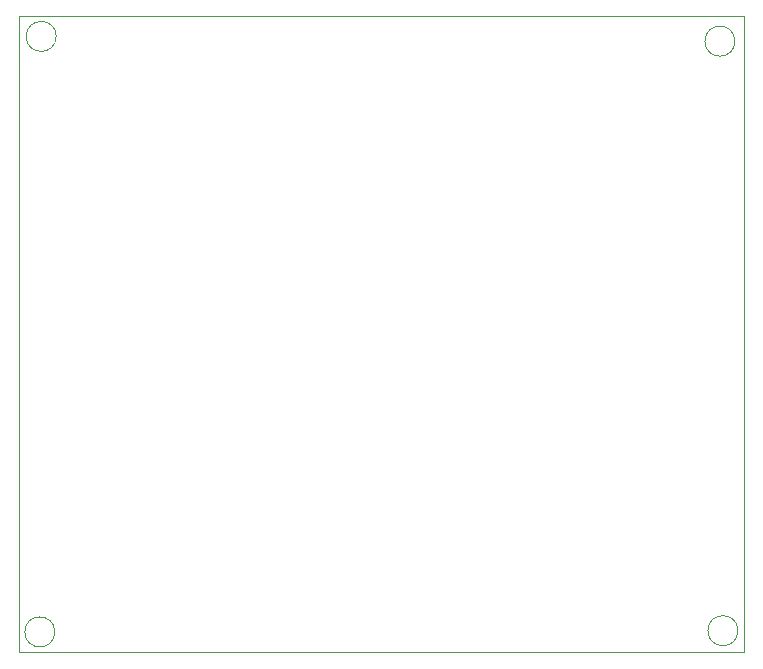
<source format=gbr>
%TF.GenerationSoftware,KiCad,Pcbnew,7.0.2-0*%
%TF.CreationDate,2023-05-07T21:32:26-07:00*%
%TF.ProjectId,VR-better,56522d62-6574-4746-9572-2e6b69636164,rev?*%
%TF.SameCoordinates,Original*%
%TF.FileFunction,Profile,NP*%
%FSLAX46Y46*%
G04 Gerber Fmt 4.6, Leading zero omitted, Abs format (unit mm)*
G04 Created by KiCad (PCBNEW 7.0.2-0) date 2023-05-07 21:32:26*
%MOMM*%
%LPD*%
G01*
G04 APERTURE LIST*
%TA.AperFunction,Profile*%
%ADD10C,0.100000*%
%TD*%
G04 APERTURE END LIST*
D10*
X54270685Y-100000000D02*
G75*
G03*
X54270685Y-100000000I-1270685J0D01*
G01*
X54153485Y-150418800D02*
G75*
G03*
X54153485Y-150418800I-1270685J0D01*
G01*
X111735285Y-100406200D02*
G75*
G03*
X111735285Y-100406200I-1270685J0D01*
G01*
X111989285Y-150317200D02*
G75*
G03*
X111989285Y-150317200I-1270685J0D01*
G01*
X51100000Y-98280000D02*
X112520000Y-98280000D01*
X112520000Y-152160000D01*
X51100000Y-152160000D01*
X51100000Y-98280000D01*
M02*

</source>
